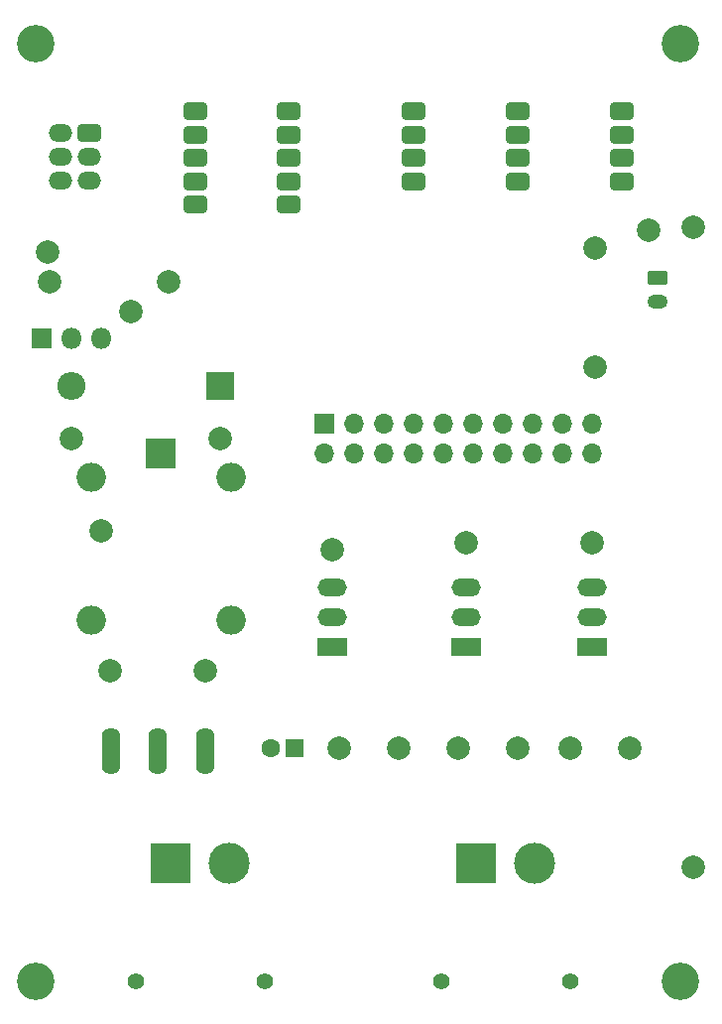
<source format=gbr>
%TF.GenerationSoftware,KiCad,Pcbnew,(6.0.0)*%
%TF.CreationDate,2022-05-13T18:08:34+02:00*%
%TF.ProjectId,Alimentation,416c696d-656e-4746-9174-696f6e2e6b69,rev?*%
%TF.SameCoordinates,Original*%
%TF.FileFunction,Soldermask,Bot*%
%TF.FilePolarity,Negative*%
%FSLAX46Y46*%
G04 Gerber Fmt 4.6, Leading zero omitted, Abs format (unit mm)*
G04 Created by KiCad (PCBNEW (6.0.0)) date 2022-05-13 18:08:34*
%MOMM*%
%LPD*%
G01*
G04 APERTURE LIST*
G04 Aperture macros list*
%AMRoundRect*
0 Rectangle with rounded corners*
0 $1 Rounding radius*
0 $2 $3 $4 $5 $6 $7 $8 $9 X,Y pos of 4 corners*
0 Add a 4 corners polygon primitive as box body*
4,1,4,$2,$3,$4,$5,$6,$7,$8,$9,$2,$3,0*
0 Add four circle primitives for the rounded corners*
1,1,$1+$1,$2,$3*
1,1,$1+$1,$4,$5*
1,1,$1+$1,$6,$7*
1,1,$1+$1,$8,$9*
0 Add four rect primitives between the rounded corners*
20,1,$1+$1,$2,$3,$4,$5,0*
20,1,$1+$1,$4,$5,$6,$7,0*
20,1,$1+$1,$6,$7,$8,$9,0*
20,1,$1+$1,$8,$9,$2,$3,0*%
G04 Aperture macros list end*
%ADD10RoundRect,0.312500X-0.687500X0.437500X-0.687500X-0.437500X0.687500X-0.437500X0.687500X0.437500X0*%
%ADD11R,2.500000X2.500000*%
%ADD12O,2.500000X2.500000*%
%ADD13R,2.500000X1.500000*%
%ADD14O,2.500000X1.500000*%
%ADD15R,1.700000X1.700000*%
%ADD16O,1.700000X1.700000*%
%ADD17RoundRect,0.312500X0.687500X-0.437500X0.687500X0.437500X-0.687500X0.437500X-0.687500X-0.437500X0*%
%ADD18O,2.000000X1.500000*%
%ADD19R,2.400000X2.400000*%
%ADD20O,2.400000X2.400000*%
%ADD21C,2.000000*%
%ADD22C,3.200000*%
%ADD23C,1.400000*%
%ADD24R,3.500000X3.500000*%
%ADD25C,3.500000*%
%ADD26RoundRect,0.250000X-0.625000X0.350000X-0.625000X-0.350000X0.625000X-0.350000X0.625000X0.350000X0*%
%ADD27O,1.750000X1.200000*%
%ADD28R,1.800000X1.800000*%
%ADD29O,1.800000X1.800000*%
%ADD30R,1.600000X1.600000*%
%ADD31C,1.600000*%
%ADD32O,1.600000X4.000000*%
G04 APERTURE END LIST*
D10*
%TO.C,J1*%
X143002000Y-46228000D03*
X143002000Y-48228000D03*
X143002000Y-50228000D03*
X143002000Y-52228000D03*
%TD*%
%TO.C,J2*%
X134112000Y-46228000D03*
X134112000Y-48228000D03*
X134112000Y-50228000D03*
X134112000Y-52228000D03*
%TD*%
%TO.C,J3*%
X125222000Y-46228000D03*
X125222000Y-48228000D03*
X125222000Y-50228000D03*
X125222000Y-52228000D03*
%TD*%
%TO.C,J4*%
X114554000Y-46228000D03*
X114554000Y-48228000D03*
X114554000Y-50228000D03*
X114554000Y-52228000D03*
X114554000Y-54228000D03*
%TD*%
%TO.C,J5*%
X106553000Y-46228000D03*
X106553000Y-48228000D03*
X106553000Y-50228000D03*
X106553000Y-52228000D03*
X106553000Y-54228000D03*
%TD*%
D11*
%TO.C,K1*%
X103632000Y-75438000D03*
D12*
X97632000Y-77438000D03*
X97632000Y-89638000D03*
X109632000Y-89638000D03*
X109632000Y-77438000D03*
%TD*%
D13*
%TO.C,U2*%
X129667000Y-91948000D03*
D14*
X129667000Y-89408000D03*
X129667000Y-86868000D03*
%TD*%
D13*
%TO.C,U3*%
X118237000Y-91948000D03*
D14*
X118237000Y-89408000D03*
X118237000Y-86868000D03*
%TD*%
D15*
%TO.C,J7*%
X117602000Y-72898000D03*
D16*
X117602000Y-75438000D03*
X120142000Y-72898000D03*
X120142000Y-75438000D03*
X122682000Y-72898000D03*
X122682000Y-75438000D03*
X125222000Y-72898000D03*
X125222000Y-75438000D03*
X127762000Y-72898000D03*
X127762000Y-75438000D03*
X130302000Y-72898000D03*
X130302000Y-75438000D03*
X132842000Y-72898000D03*
X132842000Y-75438000D03*
X135382000Y-72898000D03*
X135382000Y-75438000D03*
X137922000Y-72898000D03*
X137922000Y-75438000D03*
X140462000Y-72898000D03*
X140462000Y-75438000D03*
%TD*%
D17*
%TO.C,J6*%
X97482000Y-48133000D03*
D18*
X95082000Y-48133000D03*
X97482000Y-50133000D03*
X95082000Y-50133000D03*
X97482000Y-52133000D03*
X95082000Y-52133000D03*
%TD*%
D19*
%TO.C,D1*%
X108712000Y-69723000D03*
D20*
X96012000Y-69723000D03*
%TD*%
D13*
%TO.C,U1*%
X140462000Y-91948000D03*
D14*
X140462000Y-89408000D03*
X140462000Y-86868000D03*
%TD*%
D21*
%TO.C,R1*%
X104267000Y-60833000D03*
X94107000Y-60833000D03*
%TD*%
D22*
%TO.C,REF\u002A\u002A*%
X147952000Y-40448000D03*
%TD*%
%TO.C,REF\u002A\u002A*%
X92952000Y-120448000D03*
%TD*%
D23*
%TO.C,J8*%
X138556000Y-120448000D03*
X127556000Y-120448000D03*
D24*
X130556000Y-110448000D03*
D25*
X135556000Y-110448000D03*
%TD*%
D23*
%TO.C,J9*%
X112452000Y-120448000D03*
X101452000Y-120448000D03*
D24*
X104452000Y-110448000D03*
D25*
X109452000Y-110448000D03*
%TD*%
D26*
%TO.C,J10*%
X146050000Y-60452000D03*
D27*
X146050000Y-62452000D03*
%TD*%
D28*
%TO.C,Q1*%
X93472000Y-65653000D03*
D29*
X96012000Y-65653000D03*
X98552000Y-65653000D03*
%TD*%
D22*
%TO.C,REF\u002A\u002A*%
X92952000Y-40448000D03*
%TD*%
%TO.C,REF\u002A\u002A*%
X147952000Y-120448000D03*
%TD*%
D21*
%TO.C,F2*%
X134112000Y-100584000D03*
X129032000Y-100584000D03*
%TD*%
D30*
%TO.C,C1*%
X115001113Y-100584000D03*
D31*
X113001113Y-100584000D03*
%TD*%
D32*
%TO.C,SW1*%
X99378000Y-100838000D03*
X103378000Y-100838000D03*
X107378000Y-100838000D03*
%TD*%
D21*
%TO.C,F3*%
X118862000Y-100584000D03*
X123942000Y-100584000D03*
%TD*%
%TO.C,R2*%
X140716000Y-68072000D03*
X140716000Y-57912000D03*
%TD*%
%TO.C,F1*%
X138547000Y-100584000D03*
X143627000Y-100584000D03*
%TD*%
%TO.C,TP8*%
X93980000Y-58293000D03*
%TD*%
%TO.C,TP14*%
X149098000Y-110744000D03*
%TD*%
%TO.C,TP7*%
X99314000Y-93980000D03*
%TD*%
%TO.C,TP1*%
X145288000Y-56388000D03*
%TD*%
%TO.C,TP6*%
X98552000Y-82042000D03*
%TD*%
%TO.C,TP4*%
X108712000Y-74168000D03*
%TD*%
%TO.C,TP9*%
X101092000Y-63373000D03*
%TD*%
%TO.C,TP11*%
X129667000Y-83058000D03*
%TD*%
%TO.C,TP2*%
X149098000Y-56134000D03*
%TD*%
%TO.C,TP12*%
X118237000Y-83693000D03*
%TD*%
%TO.C,TP5*%
X107442000Y-93980000D03*
%TD*%
%TO.C,TP10*%
X140462000Y-83058000D03*
%TD*%
%TO.C,TP3*%
X96012000Y-74168000D03*
%TD*%
M02*

</source>
